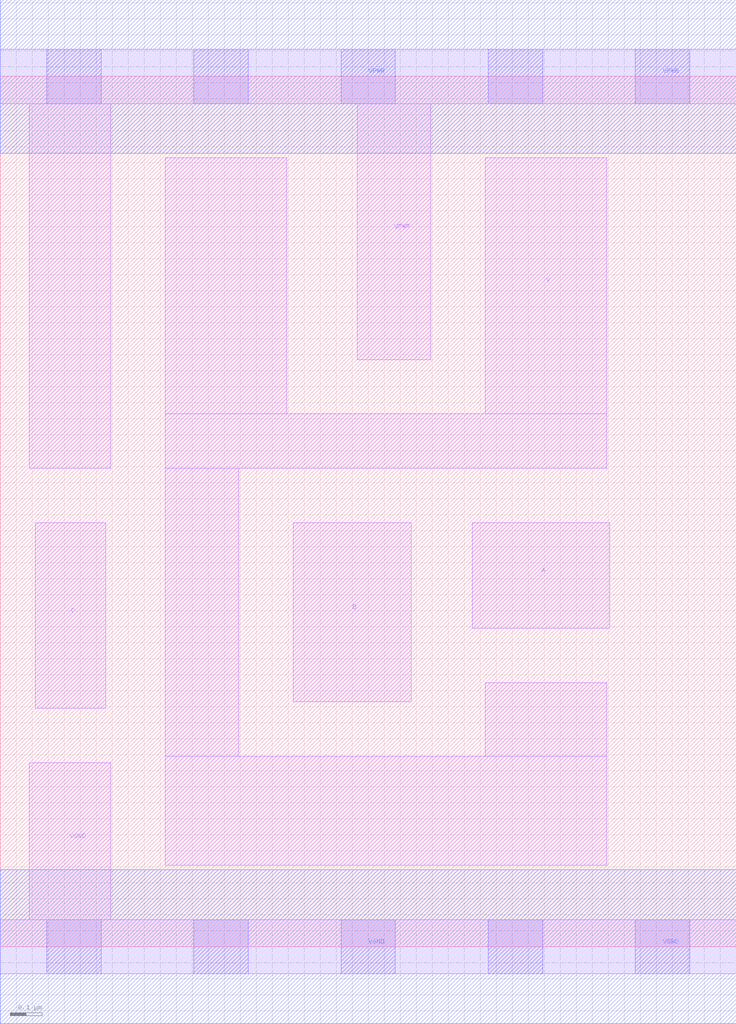
<source format=lef>
# Copyright 2020 The SkyWater PDK Authors
#
# Licensed under the Apache License, Version 2.0 (the "License");
# you may not use this file except in compliance with the License.
# You may obtain a copy of the License at
#
#     https://www.apache.org/licenses/LICENSE-2.0
#
# Unless required by applicable law or agreed to in writing, software
# distributed under the License is distributed on an "AS IS" BASIS,
# WITHOUT WARRANTIES OR CONDITIONS OF ANY KIND, either express or implied.
# See the License for the specific language governing permissions and
# limitations under the License.
#
# SPDX-License-Identifier: Apache-2.0

VERSION 5.7 ;
  NAMESCASESENSITIVE ON ;
  NOWIREEXTENSIONATPIN ON ;
  DIVIDERCHAR "/" ;
  BUSBITCHARS "[]" ;
UNITS
  DATABASE MICRONS 200 ;
END UNITS
PROPERTYDEFINITIONS
  MACRO maskLayoutSubType STRING ;
  MACRO prCellType STRING ;
  MACRO originalViewName STRING ;
END PROPERTYDEFINITIONS
MACRO sky130_fd_sc_hdll__nand3_1
  CLASS CORE ;
  FOREIGN sky130_fd_sc_hdll__nand3_1 ;
  ORIGIN  0.000000  0.000000 ;
  SIZE  2.300000 BY  2.720000 ;
  SYMMETRY X Y R90 ;
  SITE unithd ;
  PIN A
    ANTENNAGATEAREA  0.277500 ;
    DIRECTION INPUT ;
    USE SIGNAL ;
    PORT
      LAYER li1 ;
        RECT 1.475000 0.995000 1.905000 1.325000 ;
    END
  END A
  PIN B
    ANTENNAGATEAREA  0.277500 ;
    DIRECTION INPUT ;
    USE SIGNAL ;
    PORT
      LAYER li1 ;
        RECT 0.915000 0.765000 1.285000 1.325000 ;
    END
  END B
  PIN C
    ANTENNAGATEAREA  0.277500 ;
    DIRECTION INPUT ;
    USE SIGNAL ;
    PORT
      LAYER li1 ;
        RECT 0.110000 0.745000 0.330000 1.325000 ;
    END
  END C
  PIN Y
    ANTENNADIFFAREA  0.761500 ;
    DIRECTION OUTPUT ;
    USE SIGNAL ;
    PORT
      LAYER li1 ;
        RECT 0.515000 0.255000 1.895000 0.595000 ;
        RECT 0.515000 0.595000 0.745000 1.495000 ;
        RECT 0.515000 1.495000 1.895000 1.665000 ;
        RECT 0.515000 1.665000 0.895000 2.465000 ;
        RECT 1.515000 0.595000 1.895000 0.825000 ;
        RECT 1.515000 1.665000 1.895000 2.465000 ;
    END
  END Y
  PIN VGND
    DIRECTION INOUT ;
    USE GROUND ;
    PORT
      LAYER li1 ;
        RECT 0.000000 -0.085000 2.300000 0.085000 ;
        RECT 0.090000  0.085000 0.345000 0.575000 ;
      LAYER mcon ;
        RECT 0.145000 -0.085000 0.315000 0.085000 ;
        RECT 0.605000 -0.085000 0.775000 0.085000 ;
        RECT 1.065000 -0.085000 1.235000 0.085000 ;
        RECT 1.525000 -0.085000 1.695000 0.085000 ;
        RECT 1.985000 -0.085000 2.155000 0.085000 ;
      LAYER met1 ;
        RECT 0.000000 -0.240000 2.300000 0.240000 ;
    END
  END VGND
  PIN VPWR
    DIRECTION INOUT ;
    USE POWER ;
    PORT
      LAYER li1 ;
        RECT 0.000000 2.635000 2.300000 2.805000 ;
        RECT 0.090000 1.495000 0.345000 2.635000 ;
        RECT 1.115000 1.835000 1.345000 2.635000 ;
      LAYER mcon ;
        RECT 0.145000 2.635000 0.315000 2.805000 ;
        RECT 0.605000 2.635000 0.775000 2.805000 ;
        RECT 1.065000 2.635000 1.235000 2.805000 ;
        RECT 1.525000 2.635000 1.695000 2.805000 ;
        RECT 1.985000 2.635000 2.155000 2.805000 ;
      LAYER met1 ;
        RECT 0.000000 2.480000 2.300000 2.960000 ;
    END
  END VPWR
  PROPERTY maskLayoutSubType "abstract" ;
  PROPERTY prCellType "standard" ;
  PROPERTY originalViewName "layout" ;
END sky130_fd_sc_hdll__nand3_1

</source>
